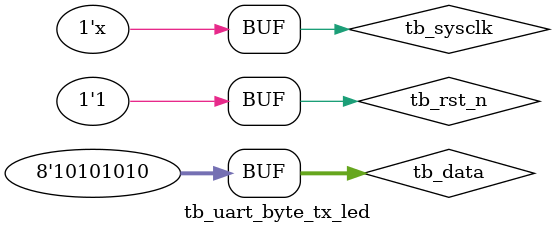
<source format=v>
`timescale 1ns/1ps

module tb_uart_byte_tx_led;

// 信号定义
reg             tb_sysclk;
reg             tb_rst_n;
reg     [7:0]   tb_data;
wire            tb_uart_tx;
wire            tb_led;

// 实例化被测试模块
uart_byte_tx_led uut (
        .i_sysclk(tb_sysclk),
        .i_rst_n(tb_rst_n),
        .i_data(tb_data),
        .o_uart_tx(tb_uart_tx),
        .o_led(tb_led)
);

//修改仿真参数，将 1s 修改为 1ms
defparam uut.COUNTER_1s_MAX = 50_000_0 - 1;

// 时钟初始化
initial begin
        tb_sysclk = 1;
end

// 时钟生成
always #10 tb_sysclk = ~tb_sysclk; // 50MHz 时钟

// 复位信号和数据信号初始化
initial begin
        tb_rst_n = 0;
        #201;
        tb_rst_n = 1;
        tb_data = 8'b0101_0101;
        #30000000;
        tb_data = 8'b1010_1010;
        #30000000;
end

endmodule

</source>
